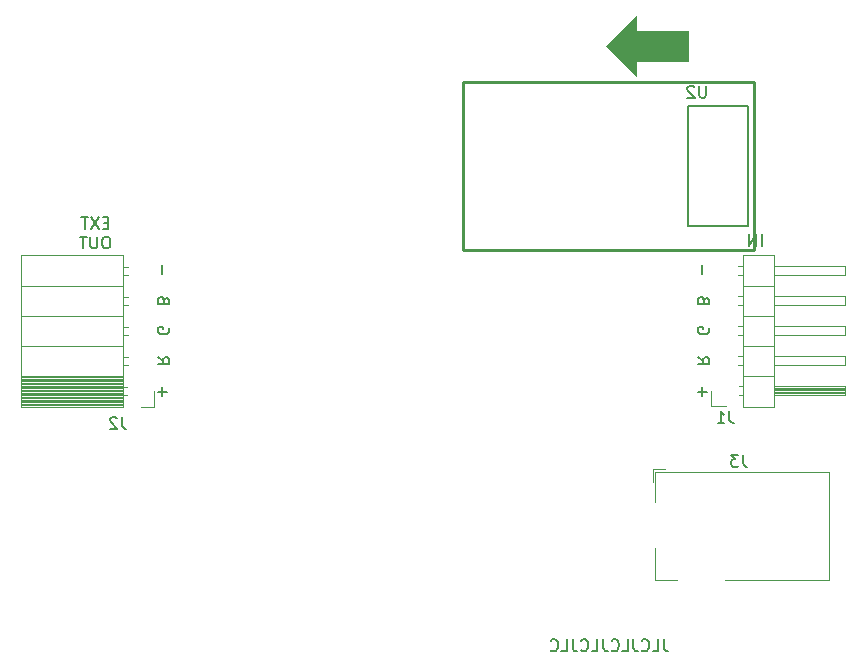
<source format=gbr>
G04 #@! TF.GenerationSoftware,KiCad,Pcbnew,5.1.5*
G04 #@! TF.CreationDate,2020-01-27T03:04:38+01:00*
G04 #@! TF.ProjectId,meshlight,6d657368-6c69-4676-9874-2e6b69636164,rev?*
G04 #@! TF.SameCoordinates,Original*
G04 #@! TF.FileFunction,Legend,Bot*
G04 #@! TF.FilePolarity,Positive*
%FSLAX46Y46*%
G04 Gerber Fmt 4.6, Leading zero omitted, Abs format (unit mm)*
G04 Created by KiCad (PCBNEW 5.1.5) date 2020-01-27 03:04:38*
%MOMM*%
%LPD*%
G04 APERTURE LIST*
%ADD10C,0.150000*%
%ADD11C,0.100000*%
%ADD12C,0.152400*%
%ADD13C,0.254000*%
%ADD14C,0.120000*%
G04 APERTURE END LIST*
D10*
X170671547Y-113117380D02*
X170671547Y-113831666D01*
X170719166Y-113974523D01*
X170814404Y-114069761D01*
X170957261Y-114117380D01*
X171052500Y-114117380D01*
X169719166Y-114117380D02*
X170195357Y-114117380D01*
X170195357Y-113117380D01*
X168814404Y-114022142D02*
X168862023Y-114069761D01*
X169004880Y-114117380D01*
X169100119Y-114117380D01*
X169242976Y-114069761D01*
X169338214Y-113974523D01*
X169385833Y-113879285D01*
X169433452Y-113688809D01*
X169433452Y-113545952D01*
X169385833Y-113355476D01*
X169338214Y-113260238D01*
X169242976Y-113165000D01*
X169100119Y-113117380D01*
X169004880Y-113117380D01*
X168862023Y-113165000D01*
X168814404Y-113212619D01*
X168100119Y-113117380D02*
X168100119Y-113831666D01*
X168147738Y-113974523D01*
X168242976Y-114069761D01*
X168385833Y-114117380D01*
X168481071Y-114117380D01*
X167147738Y-114117380D02*
X167623928Y-114117380D01*
X167623928Y-113117380D01*
X166242976Y-114022142D02*
X166290595Y-114069761D01*
X166433452Y-114117380D01*
X166528690Y-114117380D01*
X166671547Y-114069761D01*
X166766785Y-113974523D01*
X166814404Y-113879285D01*
X166862023Y-113688809D01*
X166862023Y-113545952D01*
X166814404Y-113355476D01*
X166766785Y-113260238D01*
X166671547Y-113165000D01*
X166528690Y-113117380D01*
X166433452Y-113117380D01*
X166290595Y-113165000D01*
X166242976Y-113212619D01*
X165528690Y-113117380D02*
X165528690Y-113831666D01*
X165576309Y-113974523D01*
X165671547Y-114069761D01*
X165814404Y-114117380D01*
X165909642Y-114117380D01*
X164576309Y-114117380D02*
X165052500Y-114117380D01*
X165052500Y-113117380D01*
X163671547Y-114022142D02*
X163719166Y-114069761D01*
X163862023Y-114117380D01*
X163957261Y-114117380D01*
X164100119Y-114069761D01*
X164195357Y-113974523D01*
X164242976Y-113879285D01*
X164290595Y-113688809D01*
X164290595Y-113545952D01*
X164242976Y-113355476D01*
X164195357Y-113260238D01*
X164100119Y-113165000D01*
X163957261Y-113117380D01*
X163862023Y-113117380D01*
X163719166Y-113165000D01*
X163671547Y-113212619D01*
X162957261Y-113117380D02*
X162957261Y-113831666D01*
X163004880Y-113974523D01*
X163100119Y-114069761D01*
X163242976Y-114117380D01*
X163338214Y-114117380D01*
X162004880Y-114117380D02*
X162481071Y-114117380D01*
X162481071Y-113117380D01*
X161100119Y-114022142D02*
X161147738Y-114069761D01*
X161290595Y-114117380D01*
X161385833Y-114117380D01*
X161528690Y-114069761D01*
X161623928Y-113974523D01*
X161671547Y-113879285D01*
X161719166Y-113688809D01*
X161719166Y-113545952D01*
X161671547Y-113355476D01*
X161623928Y-113260238D01*
X161528690Y-113165000D01*
X161385833Y-113117380D01*
X161290595Y-113117380D01*
X161147738Y-113165000D01*
X161100119Y-113212619D01*
X173918571Y-92542619D02*
X173918571Y-91780714D01*
X173537619Y-92161666D02*
X174299523Y-92161666D01*
X173537619Y-89209285D02*
X174013809Y-89542619D01*
X173537619Y-89780714D02*
X174537619Y-89780714D01*
X174537619Y-89399761D01*
X174490000Y-89304523D01*
X174442380Y-89256904D01*
X174347142Y-89209285D01*
X174204285Y-89209285D01*
X174109047Y-89256904D01*
X174061428Y-89304523D01*
X174013809Y-89399761D01*
X174013809Y-89780714D01*
X174490000Y-86733095D02*
X174537619Y-86828333D01*
X174537619Y-86971190D01*
X174490000Y-87114047D01*
X174394761Y-87209285D01*
X174299523Y-87256904D01*
X174109047Y-87304523D01*
X173966190Y-87304523D01*
X173775714Y-87256904D01*
X173680476Y-87209285D01*
X173585238Y-87114047D01*
X173537619Y-86971190D01*
X173537619Y-86875952D01*
X173585238Y-86733095D01*
X173632857Y-86685476D01*
X173966190Y-86685476D01*
X173966190Y-86875952D01*
X174061428Y-84399761D02*
X174013809Y-84256904D01*
X173966190Y-84209285D01*
X173870952Y-84161666D01*
X173728095Y-84161666D01*
X173632857Y-84209285D01*
X173585238Y-84256904D01*
X173537619Y-84352142D01*
X173537619Y-84733095D01*
X174537619Y-84733095D01*
X174537619Y-84399761D01*
X174490000Y-84304523D01*
X174442380Y-84256904D01*
X174347142Y-84209285D01*
X174251904Y-84209285D01*
X174156666Y-84256904D01*
X174109047Y-84304523D01*
X174061428Y-84399761D01*
X174061428Y-84733095D01*
X173918571Y-82209285D02*
X173918571Y-81447380D01*
X128198571Y-92542619D02*
X128198571Y-91780714D01*
X127817619Y-92161666D02*
X128579523Y-92161666D01*
X127817619Y-89209285D02*
X128293809Y-89542619D01*
X127817619Y-89780714D02*
X128817619Y-89780714D01*
X128817619Y-89399761D01*
X128770000Y-89304523D01*
X128722380Y-89256904D01*
X128627142Y-89209285D01*
X128484285Y-89209285D01*
X128389047Y-89256904D01*
X128341428Y-89304523D01*
X128293809Y-89399761D01*
X128293809Y-89780714D01*
X128770000Y-86733095D02*
X128817619Y-86828333D01*
X128817619Y-86971190D01*
X128770000Y-87114047D01*
X128674761Y-87209285D01*
X128579523Y-87256904D01*
X128389047Y-87304523D01*
X128246190Y-87304523D01*
X128055714Y-87256904D01*
X127960476Y-87209285D01*
X127865238Y-87114047D01*
X127817619Y-86971190D01*
X127817619Y-86875952D01*
X127865238Y-86733095D01*
X127912857Y-86685476D01*
X128246190Y-86685476D01*
X128246190Y-86875952D01*
X128341428Y-84399761D02*
X128293809Y-84256904D01*
X128246190Y-84209285D01*
X128150952Y-84161666D01*
X128008095Y-84161666D01*
X127912857Y-84209285D01*
X127865238Y-84256904D01*
X127817619Y-84352142D01*
X127817619Y-84733095D01*
X128817619Y-84733095D01*
X128817619Y-84399761D01*
X128770000Y-84304523D01*
X128722380Y-84256904D01*
X128627142Y-84209285D01*
X128531904Y-84209285D01*
X128436666Y-84256904D01*
X128389047Y-84304523D01*
X128341428Y-84399761D01*
X128341428Y-84733095D01*
X128198571Y-82209285D02*
X128198571Y-81447380D01*
X178958809Y-79827380D02*
X178958809Y-78827380D01*
X178482619Y-79827380D02*
X178482619Y-78827380D01*
X177911190Y-79827380D01*
X177911190Y-78827380D01*
X123626428Y-77843571D02*
X123293095Y-77843571D01*
X123150238Y-78367380D02*
X123626428Y-78367380D01*
X123626428Y-77367380D01*
X123150238Y-77367380D01*
X122816904Y-77367380D02*
X122150238Y-78367380D01*
X122150238Y-77367380D02*
X122816904Y-78367380D01*
X121912142Y-77367380D02*
X121340714Y-77367380D01*
X121626428Y-78367380D02*
X121626428Y-77367380D01*
X123555000Y-79017380D02*
X123364523Y-79017380D01*
X123269285Y-79065000D01*
X123174047Y-79160238D01*
X123126428Y-79350714D01*
X123126428Y-79684047D01*
X123174047Y-79874523D01*
X123269285Y-79969761D01*
X123364523Y-80017380D01*
X123555000Y-80017380D01*
X123650238Y-79969761D01*
X123745476Y-79874523D01*
X123793095Y-79684047D01*
X123793095Y-79350714D01*
X123745476Y-79160238D01*
X123650238Y-79065000D01*
X123555000Y-79017380D01*
X122697857Y-79017380D02*
X122697857Y-79826904D01*
X122650238Y-79922142D01*
X122602619Y-79969761D01*
X122507380Y-80017380D01*
X122316904Y-80017380D01*
X122221666Y-79969761D01*
X122174047Y-79922142D01*
X122126428Y-79826904D01*
X122126428Y-79017380D01*
X121793095Y-79017380D02*
X121221666Y-79017380D01*
X121507380Y-80017380D02*
X121507380Y-79017380D01*
D11*
G36*
X168275000Y-61595000D02*
G01*
X172720000Y-61595000D01*
X172720000Y-64135000D01*
X168275000Y-64135000D01*
X168275000Y-65405000D01*
X165735000Y-62865000D01*
X168275000Y-60325000D01*
X168275000Y-61595000D01*
G37*
X168275000Y-61595000D02*
X172720000Y-61595000D01*
X172720000Y-64135000D01*
X168275000Y-64135000D01*
X168275000Y-65405000D01*
X165735000Y-62865000D01*
X168275000Y-60325000D01*
X168275000Y-61595000D01*
D12*
X172720000Y-67945000D02*
X175260000Y-67945000D01*
X172720000Y-78105000D02*
X172720000Y-67945000D01*
X177800000Y-78105000D02*
X172720000Y-78105000D01*
X177800000Y-70485000D02*
X177800000Y-78105000D01*
X177800000Y-67945000D02*
X177800000Y-70485000D01*
X175260000Y-67945000D02*
X177800000Y-67945000D01*
D13*
X178308000Y-80137000D02*
X178308000Y-65913000D01*
X153670000Y-80137000D02*
X178308000Y-80137000D01*
X153670000Y-65913000D02*
X153670000Y-80137000D01*
X178308000Y-65913000D02*
X153670000Y-65913000D01*
D14*
X169915000Y-98905000D02*
X169915000Y-101505000D01*
X184615000Y-98905000D02*
X169915000Y-98905000D01*
X169915000Y-108105000D02*
X171815000Y-108105000D01*
X169915000Y-105405000D02*
X169915000Y-108105000D01*
X184615000Y-108105000D02*
X184615000Y-98905000D01*
X175815000Y-108105000D02*
X184615000Y-108105000D01*
X170765000Y-98705000D02*
X169715000Y-98705000D01*
X169715000Y-99755000D02*
X169715000Y-98705000D01*
X126365000Y-93405000D02*
X127475000Y-93405000D01*
X127475000Y-93405000D02*
X127475000Y-92075000D01*
X116275000Y-93405000D02*
X116275000Y-80585000D01*
X116275000Y-80585000D02*
X124905000Y-80585000D01*
X124905000Y-93405000D02*
X124905000Y-80585000D01*
X116275000Y-93405000D02*
X124905000Y-93405000D01*
X116275000Y-83185000D02*
X124905000Y-83185000D01*
X116275000Y-85725000D02*
X124905000Y-85725000D01*
X116275000Y-88265000D02*
X124905000Y-88265000D01*
X116275000Y-90805000D02*
X124905000Y-90805000D01*
X124905000Y-81555000D02*
X125315000Y-81555000D01*
X124905000Y-82275000D02*
X125315000Y-82275000D01*
X124905000Y-84095000D02*
X125315000Y-84095000D01*
X124905000Y-84815000D02*
X125315000Y-84815000D01*
X124905000Y-86635000D02*
X125315000Y-86635000D01*
X124905000Y-87355000D02*
X125315000Y-87355000D01*
X124905000Y-89175000D02*
X125315000Y-89175000D01*
X124905000Y-89895000D02*
X125315000Y-89895000D01*
X124905000Y-91715000D02*
X125255000Y-91715000D01*
X124905000Y-92435000D02*
X125255000Y-92435000D01*
X116275000Y-90923100D02*
X124905000Y-90923100D01*
X116275000Y-91041195D02*
X124905000Y-91041195D01*
X116275000Y-91159290D02*
X124905000Y-91159290D01*
X116275000Y-91277385D02*
X124905000Y-91277385D01*
X116275000Y-91395480D02*
X124905000Y-91395480D01*
X116275000Y-91513575D02*
X124905000Y-91513575D01*
X116275000Y-91631670D02*
X124905000Y-91631670D01*
X116275000Y-91749765D02*
X124905000Y-91749765D01*
X116275000Y-91867860D02*
X124905000Y-91867860D01*
X116275000Y-91985955D02*
X124905000Y-91985955D01*
X116275000Y-92104050D02*
X124905000Y-92104050D01*
X116275000Y-92222145D02*
X124905000Y-92222145D01*
X116275000Y-92340240D02*
X124905000Y-92340240D01*
X116275000Y-92458335D02*
X124905000Y-92458335D01*
X116275000Y-92576430D02*
X124905000Y-92576430D01*
X116275000Y-92694525D02*
X124905000Y-92694525D01*
X116275000Y-92812620D02*
X124905000Y-92812620D01*
X116275000Y-92930715D02*
X124905000Y-92930715D01*
X116275000Y-93048810D02*
X124905000Y-93048810D01*
X116275000Y-93166905D02*
X124905000Y-93166905D01*
X116275000Y-93285000D02*
X124905000Y-93285000D01*
X174625000Y-93345000D02*
X175895000Y-93345000D01*
X174625000Y-92075000D02*
X174625000Y-93345000D01*
X176937929Y-81535000D02*
X177335000Y-81535000D01*
X176937929Y-82295000D02*
X177335000Y-82295000D01*
X185995000Y-81535000D02*
X179995000Y-81535000D01*
X185995000Y-82295000D02*
X185995000Y-81535000D01*
X179995000Y-82295000D02*
X185995000Y-82295000D01*
X177335000Y-83185000D02*
X179995000Y-83185000D01*
X176937929Y-84075000D02*
X177335000Y-84075000D01*
X176937929Y-84835000D02*
X177335000Y-84835000D01*
X185995000Y-84075000D02*
X179995000Y-84075000D01*
X185995000Y-84835000D02*
X185995000Y-84075000D01*
X179995000Y-84835000D02*
X185995000Y-84835000D01*
X177335000Y-85725000D02*
X179995000Y-85725000D01*
X176937929Y-86615000D02*
X177335000Y-86615000D01*
X176937929Y-87375000D02*
X177335000Y-87375000D01*
X185995000Y-86615000D02*
X179995000Y-86615000D01*
X185995000Y-87375000D02*
X185995000Y-86615000D01*
X179995000Y-87375000D02*
X185995000Y-87375000D01*
X177335000Y-88265000D02*
X179995000Y-88265000D01*
X176937929Y-89155000D02*
X177335000Y-89155000D01*
X176937929Y-89915000D02*
X177335000Y-89915000D01*
X185995000Y-89155000D02*
X179995000Y-89155000D01*
X185995000Y-89915000D02*
X185995000Y-89155000D01*
X179995000Y-89915000D02*
X185995000Y-89915000D01*
X177335000Y-90805000D02*
X179995000Y-90805000D01*
X177005000Y-91695000D02*
X177335000Y-91695000D01*
X177005000Y-92455000D02*
X177335000Y-92455000D01*
X179995000Y-91795000D02*
X185995000Y-91795000D01*
X179995000Y-91915000D02*
X185995000Y-91915000D01*
X179995000Y-92035000D02*
X185995000Y-92035000D01*
X179995000Y-92155000D02*
X185995000Y-92155000D01*
X179995000Y-92275000D02*
X185995000Y-92275000D01*
X179995000Y-92395000D02*
X185995000Y-92395000D01*
X185995000Y-91695000D02*
X179995000Y-91695000D01*
X185995000Y-92455000D02*
X185995000Y-91695000D01*
X179995000Y-92455000D02*
X185995000Y-92455000D01*
X179995000Y-93405000D02*
X177335000Y-93405000D01*
X179995000Y-80585000D02*
X179995000Y-93405000D01*
X177335000Y-80585000D02*
X179995000Y-80585000D01*
X177335000Y-93405000D02*
X177335000Y-80585000D01*
D10*
X174243904Y-66254380D02*
X174243904Y-67063904D01*
X174196285Y-67159142D01*
X174148666Y-67206761D01*
X174053428Y-67254380D01*
X173862952Y-67254380D01*
X173767714Y-67206761D01*
X173720095Y-67159142D01*
X173672476Y-67063904D01*
X173672476Y-66254380D01*
X173243904Y-66349619D02*
X173196285Y-66302000D01*
X173101047Y-66254380D01*
X172862952Y-66254380D01*
X172767714Y-66302000D01*
X172720095Y-66349619D01*
X172672476Y-66444857D01*
X172672476Y-66540095D01*
X172720095Y-66682952D01*
X173291523Y-67254380D01*
X172672476Y-67254380D01*
X177371333Y-97496380D02*
X177371333Y-98210666D01*
X177418952Y-98353523D01*
X177514190Y-98448761D01*
X177657047Y-98496380D01*
X177752285Y-98496380D01*
X176990380Y-97496380D02*
X176371333Y-97496380D01*
X176704666Y-97877333D01*
X176561809Y-97877333D01*
X176466571Y-97924952D01*
X176418952Y-97972571D01*
X176371333Y-98067809D01*
X176371333Y-98305904D01*
X176418952Y-98401142D01*
X176466571Y-98448761D01*
X176561809Y-98496380D01*
X176847523Y-98496380D01*
X176942761Y-98448761D01*
X176990380Y-98401142D01*
X124793333Y-94297380D02*
X124793333Y-95011666D01*
X124840952Y-95154523D01*
X124936190Y-95249761D01*
X125079047Y-95297380D01*
X125174285Y-95297380D01*
X124364761Y-94392619D02*
X124317142Y-94345000D01*
X124221904Y-94297380D01*
X123983809Y-94297380D01*
X123888571Y-94345000D01*
X123840952Y-94392619D01*
X123793333Y-94487857D01*
X123793333Y-94583095D01*
X123840952Y-94725952D01*
X124412380Y-95297380D01*
X123793333Y-95297380D01*
X176228333Y-93797380D02*
X176228333Y-94511666D01*
X176275952Y-94654523D01*
X176371190Y-94749761D01*
X176514047Y-94797380D01*
X176609285Y-94797380D01*
X175228333Y-94797380D02*
X175799761Y-94797380D01*
X175514047Y-94797380D02*
X175514047Y-93797380D01*
X175609285Y-93940238D01*
X175704523Y-94035476D01*
X175799761Y-94083095D01*
M02*

</source>
